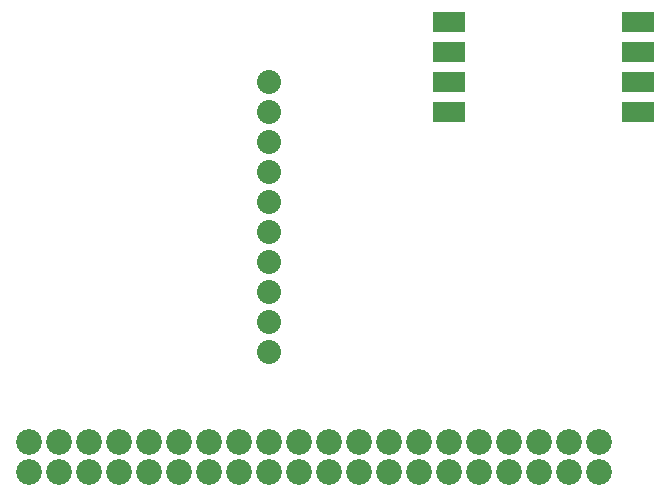
<source format=gts>
G04 MADE WITH FRITZING*
G04 WWW.FRITZING.ORG*
G04 DOUBLE SIDED*
G04 HOLES PLATED*
G04 CONTOUR ON CENTER OF CONTOUR VECTOR*
%ASAXBY*%
%FSLAX23Y23*%
%MOIN*%
%OFA0B0*%
%SFA1.0B1.0*%
%ADD10C,0.080000*%
%ADD11C,0.085361*%
%ADD12R,0.110000X0.069843*%
%LNMASK1*%
G90*
G70*
G54D10*
X921Y1384D03*
X921Y1284D03*
X921Y1184D03*
X921Y1084D03*
X921Y984D03*
X921Y884D03*
X921Y784D03*
X921Y684D03*
X921Y584D03*
X921Y484D03*
G54D11*
X2021Y184D03*
X1921Y184D03*
X1821Y184D03*
X1721Y184D03*
X1621Y184D03*
X1521Y184D03*
X1421Y184D03*
X1321Y184D03*
X1221Y184D03*
X1121Y184D03*
X1021Y184D03*
X921Y184D03*
X821Y184D03*
X721Y184D03*
X621Y184D03*
X521Y184D03*
X421Y184D03*
X321Y184D03*
X221Y184D03*
X121Y184D03*
X121Y84D03*
X221Y84D03*
X321Y84D03*
X421Y84D03*
X521Y84D03*
X621Y84D03*
X721Y84D03*
X821Y84D03*
X921Y84D03*
X1021Y84D03*
X1121Y84D03*
X1221Y84D03*
X1321Y84D03*
X1421Y84D03*
X1521Y84D03*
X1621Y84D03*
X1721Y84D03*
X1821Y84D03*
X1921Y84D03*
X2021Y84D03*
G54D12*
X2151Y1584D03*
X2151Y1484D03*
X2151Y1384D03*
X2151Y1284D03*
X1521Y1584D03*
X1521Y1484D03*
X1521Y1384D03*
X1521Y1284D03*
G04 End of Mask1*
M02*
</source>
